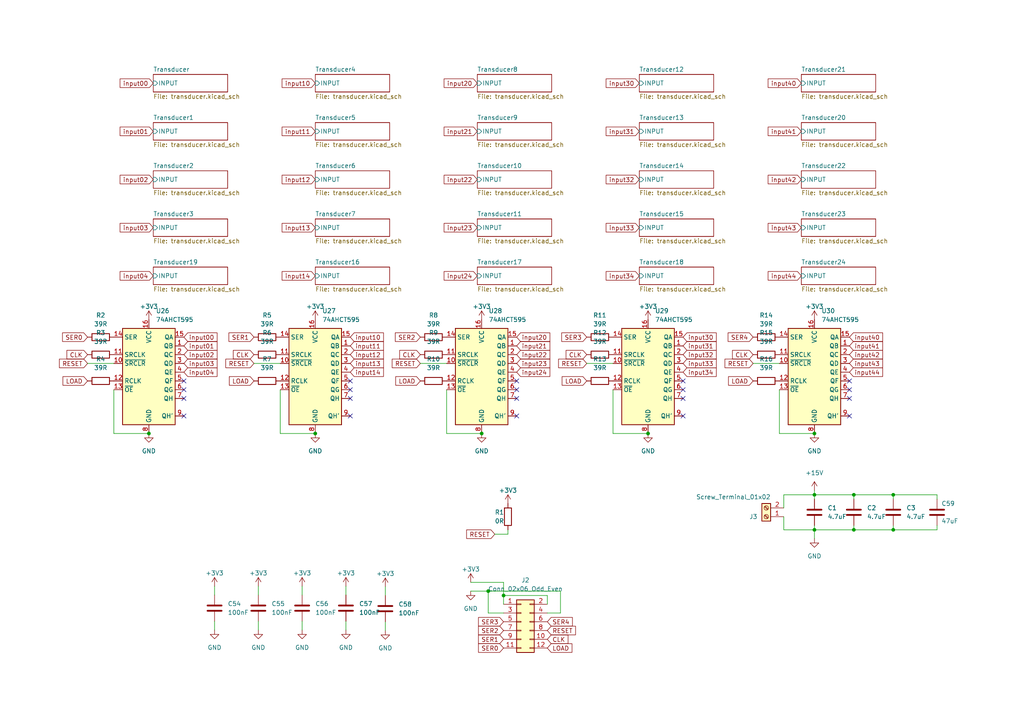
<source format=kicad_sch>
(kicad_sch (version 20211123) (generator eeschema)
  (paper "A4")
  (lib_symbols
    (symbol "74xx:74AHCT595"
      (property "Reference" "U" (at -7.62 13.97 0))
      (property "Value" "74AHCT595" (at -7.62 -16.51 0))
      (symbol "74AHCT595_1_0"
        (pin tri_state line (at 10.16 7.62 180) (length 2.54) (name "QB") (number "1"))
        (pin input line (at -10.16 2.54 0) (length 2.54) (name "~{SRCLR}") (number "10"))
        (pin input line (at -10.16 5.08 0) (length 2.54) (name "SRCLK") (number "11"))
        (pin input line (at -10.16 -2.54 0) (length 2.54) (name "RCLK") (number "12"))
        (pin input line (at -10.16 -5.08 0) (length 2.54) (name "~{OE}") (number "13"))
        (pin input line (at -10.16 10.16 0) (length 2.54) (name "SER") (number "14"))
        (pin tri_state line (at 10.16 10.16 180) (length 2.54) (name "QA") (number "15"))
        (pin power_in line (at 0 15.24 270) (length 2.54) (name "VCC") (number "16"))
        (pin tri_state line (at 10.16 5.08 180) (length 2.54) (name "QC") (number "2"))
        (pin tri_state line (at 10.16 2.54 180) (length 2.54) (name "QD") (number "3"))
        (pin tri_state line (at 10.16 0 180) (length 2.54) (name "QE") (number "4"))
        (pin tri_state line (at 10.16 -2.54 180) (length 2.54) (name "QF") (number "5"))
        (pin tri_state line (at 10.16 -5.08 180) (length 2.54) (name "QG") (number "6"))
        (pin tri_state line (at 10.16 -7.62 180) (length 2.54) (name "QH") (number "7"))
        (pin power_in line (at 0 -17.78 90) (length 2.54) (name "GND") (number "8"))
        (pin output line (at 10.16 -12.7 180) (length 2.54) (name "QH'") (number "9"))
      )
      (symbol "74AHCT595_1_1"
        (rectangle (start -7.62 12.7) (end 7.62 -15.24) (stroke (width 0.254)) (fill (type background)))
      )
    )
    (symbol "Connector:Screw_Terminal_01x02" (pin_names (offset 1.016) hide)
      (property "Reference" "J" (at 0 2.54 0))
      (property "Value" "Screw_Terminal_01x02" (at 0 -5.08 0))
      (symbol "Screw_Terminal_01x02_1_1"
        (rectangle (start -1.27 1.27) (end 1.27 -3.81) (stroke (width 0.254)) (fill (type background)))
        (circle (center 0 -2.54) (radius 0.635) (stroke (width 0.1524)))
        (polyline (pts (xy -0.5334 -2.2098) (xy 0.3302 -3.048)) (stroke (width 0.1524)))
        (polyline (pts (xy -0.5334 0.3302) (xy 0.3302 -0.508)) (stroke (width 0.1524)))
        (polyline (pts (xy -0.3556 -2.032) (xy 0.508 -2.8702)) (stroke (width 0.1524)))
        (polyline (pts (xy -0.3556 0.508) (xy 0.508 -0.3302)) (stroke (width 0.1524)))
        (circle (center 0 0) (radius 0.635) (stroke (width 0.1524)))
        (pin passive line (at -5.08 0 0) (length 3.81) (name "Pin_1") (number "1"))
        (pin passive line (at -5.08 -2.54 0) (length 3.81) (name "Pin_2") (number "2"))
      )
    )
    (symbol "Connector_Generic:Conn_02x06_Odd_Even" (pin_names (offset 1.016) hide)
      (property "Reference" "J" (at 1.27 7.62 0))
      (property "Value" "Conn_02x06_Odd_Even" (at 1.27 -10.16 0))
      (symbol "Conn_02x06_Odd_Even_1_1"
        (rectangle (start -1.27 -7.493) (end 0 -7.747) (stroke (width 0.1524)))
        (rectangle (start -1.27 -4.953) (end 0 -5.207) (stroke (width 0.1524)))
        (rectangle (start -1.27 -2.413) (end 0 -2.667) (stroke (width 0.1524)))
        (rectangle (start -1.27 0.127) (end 0 -0.127) (stroke (width 0.1524)))
        (rectangle (start -1.27 2.667) (end 0 2.413) (stroke (width 0.1524)))
        (rectangle (start -1.27 5.207) (end 0 4.953) (stroke (width 0.1524)))
        (rectangle (start -1.27 6.35) (end 3.81 -8.89) (stroke (width 0.254)) (fill (type background)))
        (rectangle (start 3.81 -7.493) (end 2.54 -7.747) (stroke (width 0.1524)))
        (rectangle (start 3.81 -4.953) (end 2.54 -5.207) (stroke (width 0.1524)))
        (rectangle (start 3.81 -2.413) (end 2.54 -2.667) (stroke (width 0.1524)))
        (rectangle (start 3.81 0.127) (end 2.54 -0.127) (stroke (width 0.1524)))
        (rectangle (start 3.81 2.667) (end 2.54 2.413) (stroke (width 0.1524)))
        (rectangle (start 3.81 5.207) (end 2.54 4.953) (stroke (width 0.1524)))
        (pin passive line (at -5.08 5.08 0) (length 3.81) (name "Pin_1") (number "1"))
        (pin passive line (at 7.62 -5.08 180) (length 3.81) (name "Pin_10") (number "10"))
        (pin passive line (at -5.08 -7.62 0) (length 3.81) (name "Pin_11") (number "11"))
        (pin passive line (at 7.62 -7.62 180) (length 3.81) (name "Pin_12") (number "12"))
        (pin passive line (at 7.62 5.08 180) (length 3.81) (name "Pin_2") (number "2"))
        (pin passive line (at -5.08 2.54 0) (length 3.81) (name "Pin_3") (number "3"))
        (pin passive line (at 7.62 2.54 180) (length 3.81) (name "Pin_4") (number "4"))
        (pin passive line (at -5.08 0 0) (length 3.81) (name "Pin_5") (number "5"))
        (pin passive line (at 7.62 0 180) (length 3.81) (name "Pin_6") (number "6"))
        (pin passive line (at -5.08 -2.54 0) (length 3.81) (name "Pin_7") (number "7"))
        (pin passive line (at 7.62 -2.54 180) (length 3.81) (name "Pin_8") (number "8"))
        (pin passive line (at -5.08 -5.08 0) (length 3.81) (name "Pin_9") (number "9"))
      )
    )
    (symbol "Device:C" (pin_numbers hide) (pin_names (offset 0.254))
      (property "Reference" "C" (at 0.635 2.54 0))
      (property "Value" "C" (at 0.635 -2.54 0))
      (symbol "C_0_1"
        (polyline (pts (xy -2.032 -0.762) (xy 2.032 -0.762)) (stroke (width 0.508)))
        (polyline (pts (xy -2.032 0.762) (xy 2.032 0.762)) (stroke (width 0.508)))
      )
      (symbol "C_1_1"
        (pin passive line (at 0 3.81 270) (length 2.794) (name "~") (number "1"))
        (pin passive line (at 0 -3.81 90) (length 2.794) (name "~") (number "2"))
      )
    )
    (symbol "Device:R" (pin_numbers hide) (pin_names (offset 0))
      (property "Reference" "R" (at 2.032 0 90))
      (property "Value" "R" (at 0 0 90))
      (symbol "R_0_1"
        (rectangle (start -1.016 -2.54) (end 1.016 2.54) (stroke (width 0.254)))
      )
      (symbol "R_1_1"
        (pin passive line (at 0 3.81 270) (length 1.27) (name "~") (number "1"))
        (pin passive line (at 0 -3.81 90) (length 1.27) (name "~") (number "2"))
      )
    )
    (symbol "power:+15V" (power) (pin_names (offset 0))
      (property "Value" "+15V" (at 0 3.556 0))
      (symbol "+15V_0_1"
        (polyline (pts (xy -0.762 1.27) (xy 0 2.54)))
        (polyline (pts (xy 0 0) (xy 0 2.54)))
        (polyline (pts (xy 0 2.54) (xy 0.762 1.27)))
      )
      (symbol "+15V_1_1"
        (pin power_in line (at 0 0 90) (length 0) hide (name "+15V") (number "1"))
      )
    )
    (symbol "power:+3.3V" (power) (pin_names (offset 0))
      (property "Value" "+3.3V" (at 0 3.556 0))
      (symbol "+3.3V_0_1"
        (polyline (pts (xy -0.762 1.27) (xy 0 2.54)))
        (polyline (pts (xy 0 0) (xy 0 2.54)))
        (polyline (pts (xy 0 2.54) (xy 0.762 1.27)))
      )
      (symbol "+3.3V_1_1"
        (pin power_in line (at 0 0 90) (length 0) hide (name "+3V3") (number "1"))
      )
    )
    (symbol "power:GND" (power) (pin_names (offset 0))
      (property "Value" "GND" (at 0 -3.81 0))
      (symbol "GND_0_1"
        (polyline (pts (xy 0 0) (xy 0 -1.27) (xy 1.27 -1.27) (xy 0 -2.54) (xy -1.27 -1.27) (xy 0 -1.27)))
      )
      (symbol "GND_1_1"
        (pin power_in line (at 0 0 270) (length 0) hide (name "GND") (number "1"))
      )
    )
  )
  (junction (at 146.05 172.72))
  (junction (at 91.44 125.73))
  (junction (at 259.08 143.51))
  (junction (at 187.96 125.73))
  (junction (at 141.605 171.45))
  (junction (at 247.65 153.67))
  (junction (at 236.22 153.67))
  (junction (at 236.22 143.51))
  (junction (at 247.65 143.51))
  (junction (at 139.7 125.73))
  (junction (at 43.18 125.73))
  (junction (at 259.08 153.67))
  (junction (at 236.22 125.73))
  (no_connect (at 53.34 120.65))
  (no_connect (at 101.6 120.65))
  (no_connect (at 246.38 115.57))
  (no_connect (at 246.38 120.65))
  (no_connect (at 246.38 110.49))
  (no_connect (at 246.38 113.03))
  (no_connect (at 198.12 120.65))
  (no_connect (at 198.12 115.57))
  (no_connect (at 149.86 120.65))
  (no_connect (at 198.12 110.49))
  (no_connect (at 198.12 113.03))
  (no_connect (at 53.34 110.49))
  (no_connect (at 53.34 115.57))
  (no_connect (at 53.34 113.03))
  (no_connect (at 101.6 113.03))
  (no_connect (at 101.6 110.49))
  (no_connect (at 101.6 115.57))
  (no_connect (at 149.86 113.03))
  (no_connect (at 149.86 110.49))
  (no_connect (at 149.86 115.57))
  (wire (pts (xy 141.605 171.45) (xy 162.56 171.45)))
  (wire (pts (xy 146.05 172.72) (xy 158.75 172.72)))
  (wire (pts (xy 87.63 170.0382) (xy 87.63 172.5782)))
  (wire (pts (xy 147.32 154.94) (xy 147.32 153.67)))
  (wire (pts (xy 236.22 142.24) (xy 236.22 143.51)))
  (wire (pts (xy 87.63 180.1982) (xy 87.63 182.7382)))
  (wire (pts (xy 259.08 143.51) (xy 259.08 144.78)))
  (wire (pts (xy 158.75 172.72) (xy 158.75 175.26)))
  (wire (pts (xy 141.605 177.8) (xy 141.605 171.45)))
  (wire (pts (xy 100.33 180.1982) (xy 100.33 182.7382)))
  (wire (pts (xy 33.02 125.73) (xy 43.18 125.73)))
  (wire (pts (xy 33.02 113.03) (xy 33.02 125.73)))
  (wire (pts (xy 236.22 153.67) (xy 247.65 153.67)))
  (wire (pts (xy 136.525 171.45) (xy 141.605 171.45)))
  (wire (pts (xy 259.08 153.67) (xy 271.78 153.67)))
  (wire (pts (xy 259.08 152.4) (xy 259.08 153.67)))
  (wire (pts (xy 74.93 170.0382) (xy 74.93 172.5782)))
  (wire (pts (xy 100.33 170.0382) (xy 100.33 172.5782)))
  (wire (pts (xy 143.51 154.94) (xy 147.32 154.94)))
  (wire (pts (xy 129.54 125.73) (xy 139.7 125.73)))
  (wire (pts (xy 226.06 125.73) (xy 236.22 125.73)))
  (wire (pts (xy 81.28 113.03) (xy 81.28 125.73)))
  (wire (pts (xy 146.05 168.91) (xy 136.525 168.91)))
  (wire (pts (xy 111.76 170.18) (xy 111.76 172.72)))
  (wire (pts (xy 146.05 175.26) (xy 146.05 172.72)))
  (wire (pts (xy 227.33 153.67) (xy 236.22 153.67)))
  (wire (pts (xy 226.06 113.03) (xy 226.06 125.73)))
  (wire (pts (xy 121.92 105.41) (xy 129.54 105.41)))
  (wire (pts (xy 74.93 180.1982) (xy 74.93 182.7382)))
  (wire (pts (xy 247.65 152.4) (xy 247.65 153.67)))
  (wire (pts (xy 227.33 143.51) (xy 236.22 143.51)))
  (wire (pts (xy 236.22 153.67) (xy 236.22 156.21)))
  (wire (pts (xy 271.78 152.4) (xy 271.78 153.67)))
  (wire (pts (xy 218.44 105.41) (xy 226.06 105.41)))
  (wire (pts (xy 146.05 172.72) (xy 146.05 168.91)))
  (wire (pts (xy 25.4 105.41) (xy 33.02 105.41)))
  (wire (pts (xy 236.22 143.51) (xy 236.22 144.78)))
  (wire (pts (xy 247.65 153.67) (xy 259.08 153.67)))
  (wire (pts (xy 146.05 177.8) (xy 141.605 177.8)))
  (wire (pts (xy 259.08 143.51) (xy 271.78 143.51)))
  (wire (pts (xy 73.66 105.41) (xy 81.28 105.41)))
  (wire (pts (xy 227.33 149.86) (xy 227.33 153.67)))
  (wire (pts (xy 236.22 143.51) (xy 247.65 143.51)))
  (wire (pts (xy 170.18 105.41) (xy 177.8 105.41)))
  (wire (pts (xy 62.23 170.0382) (xy 62.23 172.5782)))
  (wire (pts (xy 247.65 143.51) (xy 247.65 144.78)))
  (wire (pts (xy 271.78 144.78) (xy 271.78 143.51)))
  (wire (pts (xy 62.23 180.1982) (xy 62.23 182.7382)))
  (wire (pts (xy 177.8 125.73) (xy 187.96 125.73)))
  (wire (pts (xy 81.28 125.73) (xy 91.44 125.73)))
  (wire (pts (xy 227.33 147.32) (xy 227.33 143.51)))
  (wire (pts (xy 129.54 113.03) (xy 129.54 125.73)))
  (wire (pts (xy 236.22 152.4) (xy 236.22 153.67)))
  (wire (pts (xy 247.65 143.51) (xy 259.08 143.51)))
  (wire (pts (xy 162.56 171.45) (xy 162.56 177.8)))
  (wire (pts (xy 111.76 180.34) (xy 111.76 182.88)))
  (wire (pts (xy 162.56 177.8) (xy 158.75 177.8)))
  (wire (pts (xy 177.8 113.03) (xy 177.8 125.73)))
  (global_label "CLK" (shape input) (at 73.66 102.87 180) (property "Intersheet References" "${INTERSHEET_REFS}" (effects hide)))
  (global_label "input21" (shape input) (at 149.86 100.33 0) (property "Intersheet References" "${INTERSHEET_REFS}" (effects hide)))
  (global_label "LOAD" (shape input) (at 158.75 187.96 0) (property "Intersheet References" "${INTERSHEET_REFS}" (effects hide)))
  (global_label "input22" (shape input) (at 149.86 102.87 0) (property "Intersheet References" "${INTERSHEET_REFS}" (effects hide)))
  (global_label "input30" (shape input) (at 185.42 24.13 180) (property "Intersheet References" "${INTERSHEET_REFS}" (effects hide)))
  (global_label "CLK" (shape input) (at 121.92 102.87 180) (property "Intersheet References" "${INTERSHEET_REFS}" (effects hide)))
  (global_label "SER0" (shape input) (at 25.4 97.79 180) (property "Intersheet References" "${INTERSHEET_REFS}" (effects hide)))
  (global_label "input03" (shape input) (at 44.45 66.04 180) (property "Intersheet References" "${INTERSHEET_REFS}" (effects hide)))
  (global_label "input12" (shape input) (at 101.6 102.87 0) (property "Intersheet References" "${INTERSHEET_REFS}" (effects hide)))
  (global_label "LOAD" (shape input) (at 121.92 110.49 180) (property "Intersheet References" "${INTERSHEET_REFS}" (effects hide)))
  (global_label "RESET" (shape input) (at 158.75 182.88 0) (property "Intersheet References" "${INTERSHEET_REFS}" (effects hide)))
  (global_label "CLK" (shape input) (at 158.75 185.42 0) (property "Intersheet References" "${INTERSHEET_REFS}" (effects hide)))
  (global_label "SER3" (shape input) (at 146.05 180.34 180) (property "Intersheet References" "${INTERSHEET_REFS}" (effects hide)))
  (global_label "input00" (shape input) (at 53.34 97.79 0) (property "Intersheet References" "${INTERSHEET_REFS}" (effects hide)))
  (global_label "input34" (shape input) (at 185.42 80.01 180) (property "Intersheet References" "${INTERSHEET_REFS}" (effects hide)))
  (global_label "input10" (shape input) (at 101.6 97.79 0) (property "Intersheet References" "${INTERSHEET_REFS}" (effects hide)))
  (global_label "RESET" (shape input) (at 143.51 154.94 180) (property "Intersheet References" "${INTERSHEET_REFS}" (effects hide)))
  (global_label "RESET" (shape input) (at 170.18 105.41 180) (property "Intersheet References" "${INTERSHEET_REFS}" (effects hide)))
  (global_label "LOAD" (shape input) (at 170.18 110.49 180) (property "Intersheet References" "${INTERSHEET_REFS}" (effects hide)))
  (global_label "SER3" (shape input) (at 170.18 97.79 180) (property "Intersheet References" "${INTERSHEET_REFS}" (effects hide)))
  (global_label "input11" (shape input) (at 91.44 38.1 180) (property "Intersheet References" "${INTERSHEET_REFS}" (effects hide)))
  (global_label "input33" (shape input) (at 198.12 105.41 0) (property "Intersheet References" "${INTERSHEET_REFS}" (effects hide)))
  (global_label "input14" (shape input) (at 91.44 80.01 180) (property "Intersheet References" "${INTERSHEET_REFS}" (effects hide)))
  (global_label "LOAD" (shape input) (at 25.4 110.49 180) (property "Intersheet References" "${INTERSHEET_REFS}" (effects hide)))
  (global_label "input31" (shape input) (at 198.12 100.33 0) (property "Intersheet References" "${INTERSHEET_REFS}" (effects hide)))
  (global_label "SER2" (shape input) (at 121.92 97.79 180) (property "Intersheet References" "${INTERSHEET_REFS}" (effects hide)))
  (global_label "RESET" (shape input) (at 218.44 105.41 180) (property "Intersheet References" "${INTERSHEET_REFS}" (effects hide)))
  (global_label "input00" (shape input) (at 44.45 24.13 180) (property "Intersheet References" "${INTERSHEET_REFS}" (effects hide)))
  (global_label "SER1" (shape input) (at 73.66 97.79 180) (property "Intersheet References" "${INTERSHEET_REFS}" (effects hide)))
  (global_label "input04" (shape input) (at 44.45 80.01 180) (property "Intersheet References" "${INTERSHEET_REFS}" (effects hide)))
  (global_label "input34" (shape input) (at 198.12 107.95 0) (property "Intersheet References" "${INTERSHEET_REFS}" (effects hide)))
  (global_label "RESET" (shape input) (at 25.4 105.41 180) (property "Intersheet References" "${INTERSHEET_REFS}" (effects hide)))
  (global_label "input11" (shape input) (at 101.6 100.33 0) (property "Intersheet References" "${INTERSHEET_REFS}" (effects hide)))
  (global_label "input20" (shape input) (at 149.86 97.79 0) (property "Intersheet References" "${INTERSHEET_REFS}" (effects hide)))
  (global_label "input44" (shape input) (at 246.38 107.95 0) (property "Intersheet References" "${INTERSHEET_REFS}" (effects hide)))
  (global_label "CLK" (shape input) (at 25.4 102.87 180) (property "Intersheet References" "${INTERSHEET_REFS}" (effects hide)))
  (global_label "SER1" (shape input) (at 146.05 185.42 180) (property "Intersheet References" "${INTERSHEET_REFS}" (effects hide)))
  (global_label "input42" (shape input) (at 232.41 52.07 180) (property "Intersheet References" "${INTERSHEET_REFS}" (effects hide)))
  (global_label "input14" (shape input) (at 101.6 107.95 0) (property "Intersheet References" "${INTERSHEET_REFS}" (effects hide)))
  (global_label "input02" (shape input) (at 53.34 102.87 0) (property "Intersheet References" "${INTERSHEET_REFS}" (effects hide)))
  (global_label "input22" (shape input) (at 138.43 52.07 180) (property "Intersheet References" "${INTERSHEET_REFS}" (effects hide)))
  (global_label "input44" (shape input) (at 232.41 80.01 180) (property "Intersheet References" "${INTERSHEET_REFS}" (effects hide)))
  (global_label "input41" (shape input) (at 246.38 100.33 0) (property "Intersheet References" "${INTERSHEET_REFS}" (effects hide)))
  (global_label "input40" (shape input) (at 232.41 24.13 180) (property "Intersheet References" "${INTERSHEET_REFS}" (effects hide)))
  (global_label "CLK" (shape input) (at 218.44 102.87 180) (property "Intersheet References" "${INTERSHEET_REFS}" (effects hide)))
  (global_label "RESET" (shape input) (at 121.92 105.41 180) (property "Intersheet References" "${INTERSHEET_REFS}" (effects hide)))
  (global_label "input03" (shape input) (at 53.34 105.41 0) (property "Intersheet References" "${INTERSHEET_REFS}" (effects hide)))
  (global_label "SER2" (shape input) (at 146.05 182.88 180) (property "Intersheet References" "${INTERSHEET_REFS}" (effects hide)))
  (global_label "input01" (shape input) (at 44.45 38.1 180) (property "Intersheet References" "${INTERSHEET_REFS}" (effects hide)))
  (global_label "input30" (shape input) (at 198.12 97.79 0) (property "Intersheet References" "${INTERSHEET_REFS}" (effects hide)))
  (global_label "input10" (shape input) (at 91.44 24.13 180) (property "Intersheet References" "${INTERSHEET_REFS}" (effects hide)))
  (global_label "input02" (shape input) (at 44.45 52.07 180) (property "Intersheet References" "${INTERSHEET_REFS}" (effects hide)))
  (global_label "input13" (shape input) (at 101.6 105.41 0) (property "Intersheet References" "${INTERSHEET_REFS}" (effects hide)))
  (global_label "input31" (shape input) (at 185.42 38.1 180) (property "Intersheet References" "${INTERSHEET_REFS}" (effects hide)))
  (global_label "input33" (shape input) (at 185.42 66.04 180) (property "Intersheet References" "${INTERSHEET_REFS}" (effects hide)))
  (global_label "LOAD" (shape input) (at 218.44 110.49 180) (property "Intersheet References" "${INTERSHEET_REFS}" (effects hide)))
  (global_label "input40" (shape input) (at 246.38 97.79 0) (property "Intersheet References" "${INTERSHEET_REFS}" (effects hide)))
  (global_label "input32" (shape input) (at 198.12 102.87 0) (property "Intersheet References" "${INTERSHEET_REFS}" (effects hide)))
  (global_label "input12" (shape input) (at 91.44 52.07 180) (property "Intersheet References" "${INTERSHEET_REFS}" (effects hide)))
  (global_label "input24" (shape input) (at 149.86 107.95 0) (property "Intersheet References" "${INTERSHEET_REFS}" (effects hide)))
  (global_label "input23" (shape input) (at 138.43 66.04 180) (property "Intersheet References" "${INTERSHEET_REFS}" (effects hide)))
  (global_label "input24" (shape input) (at 138.43 80.01 180) (property "Intersheet References" "${INTERSHEET_REFS}" (effects hide)))
  (global_label "CLK" (shape input) (at 170.18 102.87 180) (property "Intersheet References" "${INTERSHEET_REFS}" (effects hide)))
  (global_label "SER0" (shape input) (at 146.05 187.96 180) (property "Intersheet References" "${INTERSHEET_REFS}" (effects hide)))
  (global_label "input42" (shape input) (at 246.38 102.87 0) (property "Intersheet References" "${INTERSHEET_REFS}" (effects hide)))
  (global_label "input20" (shape input) (at 138.43 24.13 180) (property "Intersheet References" "${INTERSHEET_REFS}" (effects hide)))
  (global_label "SER4" (shape input) (at 218.44 97.79 180) (property "Intersheet References" "${INTERSHEET_REFS}" (effects hide)))
  (global_label "input32" (shape input) (at 185.42 52.07 180) (property "Intersheet References" "${INTERSHEET_REFS}" (effects hide)))
  (global_label "input13" (shape input) (at 91.44 66.04 180) (property "Intersheet References" "${INTERSHEET_REFS}" (effects hide)))
  (global_label "LOAD" (shape input) (at 73.66 110.49 180) (property "Intersheet References" "${INTERSHEET_REFS}" (effects hide)))
  (global_label "input21" (shape input) (at 138.43 38.1 180) (property "Intersheet References" "${INTERSHEET_REFS}" (effects hide)))
  (global_label "SER4" (shape input) (at 158.75 180.34 0) (property "Intersheet References" "${INTERSHEET_REFS}" (effects hide)))
  (global_label "input43" (shape input) (at 246.38 105.41 0) (property "Intersheet References" "${INTERSHEET_REFS}" (effects hide)))
  (global_label "input43" (shape input) (at 232.41 66.04 180) (property "Intersheet References" "${INTERSHEET_REFS}" (effects hide)))
  (global_label "input04" (shape input) (at 53.34 107.95 0) (property "Intersheet References" "${INTERSHEET_REFS}" (effects hide)))
  (global_label "input23" (shape input) (at 149.86 105.41 0) (property "Intersheet References" "${INTERSHEET_REFS}" (effects hide)))
  (global_label "RESET" (shape input) (at 73.66 105.41 180) (property "Intersheet References" "${INTERSHEET_REFS}" (effects hide)))
  (global_label "input41" (shape input) (at 232.41 38.1 180) (property "Intersheet References" "${INTERSHEET_REFS}" (effects hide)))
  (global_label "input01" (shape input) (at 53.34 100.33 0) (property "Intersheet References" "${INTERSHEET_REFS}" (effects hide)))
  (symbol (lib_id "power:+3.3V") (at 100.33 170.0382 0) (unit 1)
    (property "Reference" "#PWR0135" (effects hide))
    (property "Value" "+3.3V" (at 100.33 166.2282 0))
  )
  (symbol (lib_id "power:+3.3V") (at 74.93 170.0382 0) (unit 1)
    (property "Reference" "#PWR0132" (effects hide))
    (property "Value" "+3.3V" (at 74.93 166.2282 0))
  )
  (symbol (lib_id "power:GND") (at 236.22 156.21 0) (unit 1)
    (property "Reference" "#PWR06" (effects hide))
    (property "Value" "GND" (at 236.22 161.29 0))
  )
  (symbol (lib_id "Device:R") (at 77.47 102.87 90) (unit 1)
    (property "Reference" "R6" (at 77.47 96.52 90))
    (property "Value" "39R" (at 77.47 99.06 90))
    (property "Footprint" "Resistor_SMD:R_0402_1005Metric" (effects hide))
  )
  (symbol (lib_id "power:GND") (at 74.93 182.7382 0) (unit 1)
    (property "Reference" "#PWR0131" (effects hide))
    (property "Value" "GND" (at 74.93 187.8182 0))
  )
  (symbol (lib_id "Device:C") (at 87.63 176.3882 0) (unit 1)
    (property "Reference" "C56" (at 91.44 175.1181 0) (effects (justify left)))
    (property "Value" "100nF" (at 91.44 177.6581 0) (effects (justify left)))
    (property "Footprint" "Capacitor_SMD:C_0603_1608Metric" (effects hide))
  )
  (symbol (lib_id "power:GND") (at 236.22 125.73 0) (unit 1)
    (property "Reference" "#PWR0123" (effects hide))
    (property "Value" "GND" (at 236.22 130.81 0))
  )
  (symbol (lib_id "Device:R") (at 29.21 102.87 90) (unit 1)
    (property "Reference" "R3" (at 29.21 96.52 90))
    (property "Value" "39R" (at 29.21 99.06 90))
    (property "Footprint" "Resistor_SMD:R_0402_1005Metric" (effects hide))
  )
  (symbol (lib_id "Device:R") (at 77.47 97.79 90) (unit 1)
    (property "Reference" "R5" (at 77.47 91.44 90))
    (property "Value" "39R" (at 77.47 93.98 90))
    (property "Footprint" "Resistor_SMD:R_0402_1005Metric" (effects hide))
  )
  (symbol (lib_id "Device:C") (at 271.78 148.59 0) (unit 1)
    (property "Reference" "C59" (at 273.05 146.05 0) (effects (justify left)))
    (property "Value" "47uF" (at 273.05 151.13 0) (effects (justify left)))
    (property "Footprint" "Capacitor_SMD:C_Elec_5x5.4" (effects hide))
  )
  (symbol (lib_id "Device:C") (at 236.22 148.59 0) (unit 1)
    (property "Reference" "C1" (at 240.03 147.3199 0) (effects (justify left)))
    (property "Value" "4.7uF" (at 240.03 149.8599 0) (effects (justify left)))
    (property "Footprint" "Capacitor_SMD:C_0805_2012Metric" (effects hide))
  )
  (symbol (lib_id "power:+3.3V") (at 43.18 92.71 0) (unit 1)
    (property "Reference" "#PWR0119" (effects hide))
    (property "Value" "+3.3V" (at 43.18 88.9 0))
  )
  (symbol (lib_id "Device:R") (at 222.25 97.79 90) (unit 1)
    (property "Reference" "R14" (at 222.25 91.44 90))
    (property "Value" "39R" (at 222.25 93.98 90))
    (property "Footprint" "Resistor_SMD:R_0402_1005Metric" (effects hide))
  )
  (symbol (lib_id "74xx:74AHCT595") (at 236.22 107.95 0) (unit 1)
    (property "Reference" "U30" (at 238.2394 90.17 0) (effects (justify left)))
    (property "Value" "74AHCT595" (at 238.2394 92.71 0) (effects (justify left)))
    (property "Footprint" "Package_SO:TSSOP-16_4.4x5mm_P0.65mm" (effects hide))
    (property "Datasheet" "https://assets.nexperia.com/documents/data-sheet/74AHC_AHCT595.pdf" (effects hide))
  )
  (symbol (lib_id "power:GND") (at 91.44 125.73 0) (unit 1)
    (property "Reference" "#PWR0122" (effects hide))
    (property "Value" "GND" (at 91.44 130.81 0))
  )
  (symbol (lib_id "power:GND") (at 139.7 125.73 0) (unit 1)
    (property "Reference" "#PWR0127" (effects hide))
    (property "Value" "GND" (at 139.7 130.81 0))
  )
  (symbol (lib_id "Device:R") (at 173.99 102.87 90) (unit 1)
    (property "Reference" "R12" (at 173.99 96.52 90))
    (property "Value" "39R" (at 173.99 99.06 90))
    (property "Footprint" "Resistor_SMD:R_0402_1005Metric" (effects hide))
  )
  (symbol (lib_id "Device:C") (at 62.23 176.3882 0) (unit 1)
    (property "Reference" "C54" (at 66.04 175.1181 0) (effects (justify left)))
    (property "Value" "100nF" (at 66.04 177.6581 0) (effects (justify left)))
    (property "Footprint" "Capacitor_SMD:C_0603_1608Metric" (effects hide))
  )
  (symbol (lib_id "Device:R") (at 173.99 97.79 90) (unit 1)
    (property "Reference" "R11" (at 173.99 91.44 90))
    (property "Value" "39R" (at 173.99 93.98 90))
    (property "Footprint" "Resistor_SMD:R_0402_1005Metric" (effects hide))
  )
  (symbol (lib_id "Connector:Screw_Terminal_01x02") (at 222.25 149.86 180) (unit 1)
    (property "Reference" "J3" (at 219.71 149.8601 0) (effects (justify left)))
    (property "Value" "Screw_Terminal_01x02" (at 223.52 144.145 0) (effects (justify left)))
    (property "Footprint" "TerminalBlock_Phoenix:TerminalBlock_Phoenix_PT-1,5-2-3.5-H_1x02_P3.50mm_Horizontal" (effects hide))
  )
  (symbol (lib_id "power:+3.3V") (at 236.22 92.71 0) (unit 1)
    (property "Reference" "#PWR0124" (effects hide))
    (property "Value" "+3.3V" (at 236.22 88.9 0))
  )
  (symbol (lib_id "power:GND") (at 100.33 182.7382 0) (unit 1)
    (property "Reference" "#PWR0136" (effects hide))
    (property "Value" "GND" (at 100.33 187.8182 0))
  )
  (symbol (lib_id "power:+3.3V") (at 87.63 170.0382 0) (unit 1)
    (property "Reference" "#PWR0133" (effects hide))
    (property "Value" "+3.3V" (at 87.63 166.2282 0))
  )
  (symbol (lib_id "power:GND") (at 43.18 125.73 0) (unit 1)
    (property "Reference" "#PWR0120" (effects hide))
    (property "Value" "GND" (at 43.18 130.81 0))
  )
  (symbol (lib_id "74xx:74AHCT595") (at 139.7 107.95 0) (unit 1)
    (property "Reference" "U28" (at 141.7194 90.17 0) (effects (justify left)))
    (property "Value" "74AHCT595" (at 141.7194 92.71 0) (effects (justify left)))
    (property "Footprint" "Package_SO:TSSOP-16_4.4x5mm_P0.65mm" (effects hide))
    (property "Datasheet" "https://assets.nexperia.com/documents/data-sheet/74AHC_AHCT595.pdf" (effects hide))
  )
  (symbol (lib_id "Connector_Generic:Conn_02x06_Odd_Even") (at 151.13 180.34 0) (unit 1)
    (property "Reference" "J2" (at 152.4 168.275 0))
    (property "Value" "Conn_02x06_Odd_Even" (at 152.4 170.815 0))
    (property "Footprint" "Connector_PinHeader_2.54mm:PinHeader_2x06_P2.54mm_Horizontal" (effects hide))
  )
  (symbol (lib_id "power:+3.3V") (at 139.7 92.71 0) (unit 1)
    (property "Reference" "#PWR0125" (effects hide))
    (property "Value" "+3.3V" (at 139.7 88.9 0))
  )
  (symbol (lib_id "Device:C") (at 100.33 176.3882 0) (unit 1)
    (property "Reference" "C57" (at 104.14 175.1181 0) (effects (justify left)))
    (property "Value" "100nF" (at 104.14 177.6581 0) (effects (justify left)))
    (property "Footprint" "Capacitor_SMD:C_0603_1608Metric" (effects hide))
  )
  (symbol (lib_id "Device:R") (at 222.25 102.87 90) (unit 1)
    (property "Reference" "R15" (at 222.25 96.52 90))
    (property "Value" "39R" (at 222.25 99.06 90))
    (property "Footprint" "Resistor_SMD:R_0402_1005Metric" (effects hide))
  )
  (symbol (lib_id "Device:C") (at 111.76 176.53 0) (unit 1)
    (property "Reference" "C58" (at 115.57 175.2599 0) (effects (justify left)))
    (property "Value" "100nF" (at 115.57 177.7999 0) (effects (justify left)))
    (property "Footprint" "Capacitor_SMD:C_0603_1608Metric" (effects hide))
  )
  (symbol (lib_id "74xx:74AHCT595") (at 187.96 107.95 0) (unit 1)
    (property "Reference" "U29" (at 189.9794 90.17 0) (effects (justify left)))
    (property "Value" "74AHCT595" (at 189.9794 92.71 0) (effects (justify left)))
    (property "Footprint" "Package_SO:TSSOP-16_4.4x5mm_P0.65mm" (effects hide))
    (property "Datasheet" "https://assets.nexperia.com/documents/data-sheet/74AHC_AHCT595.pdf" (effects hide))
  )
  (symbol (lib_id "power:GND") (at 62.23 182.7382 0) (unit 1)
    (property "Reference" "#PWR0130" (effects hide))
    (property "Value" "GND" (at 62.23 187.8182 0))
  )
  (symbol (lib_id "Device:R") (at 29.21 97.79 90) (unit 1)
    (property "Reference" "R2" (at 29.21 91.44 90))
    (property "Value" "39R" (at 29.21 93.98 90))
    (property "Footprint" "Resistor_SMD:R_0402_1005Metric" (effects hide))
  )
  (symbol (lib_id "Device:R") (at 147.32 149.86 180) (unit 1)
    (property "Reference" "R1" (at 143.51 148.5899 0) (effects (justify right)))
    (property "Value" "0R" (at 143.51 151.1299 0) (effects (justify right)))
    (property "Footprint" "Resistor_SMD:R_0603_1608Metric_Pad0.98x0.95mm_HandSolder" (effects hide))
  )
  (symbol (lib_id "Device:C") (at 247.65 148.59 0) (unit 1)
    (property "Reference" "C2" (at 251.46 147.3199 0) (effects (justify left)))
    (property "Value" "4.7uF" (at 251.46 149.8599 0) (effects (justify left)))
    (property "Footprint" "Capacitor_SMD:C_0805_2012Metric" (effects hide))
  )
  (symbol (lib_id "Device:C") (at 74.93 176.3882 0) (unit 1)
    (property "Reference" "C55" (at 78.74 175.1181 0) (effects (justify left)))
    (property "Value" "100nF" (at 78.74 177.6581 0) (effects (justify left)))
    (property "Footprint" "Capacitor_SMD:C_0603_1608Metric" (effects hide))
  )
  (symbol (lib_id "Device:R") (at 222.25 110.49 90) (unit 1)
    (property "Reference" "R16" (at 222.25 104.14 90))
    (property "Value" "39R" (at 222.25 106.68 90))
    (property "Footprint" "Resistor_SMD:R_0402_1005Metric" (effects hide))
  )
  (symbol (lib_id "74xx:74AHCT595") (at 91.44 107.95 0) (unit 1)
    (property "Reference" "U27" (at 93.4594 90.17 0) (effects (justify left)))
    (property "Value" "74AHCT595" (at 93.4594 92.71 0) (effects (justify left)))
    (property "Footprint" "Package_SO:TSSOP-16_4.4x5mm_P0.65mm" (effects hide))
    (property "Datasheet" "https://assets.nexperia.com/documents/data-sheet/74AHC_AHCT595.pdf" (effects hide))
  )
  (symbol (lib_id "power:+3.3V") (at 136.525 168.91 0) (unit 1)
    (property "Reference" "#PWR01" (effects hide))
    (property "Value" "+3.3V" (at 136.525 165.1 0))
  )
  (symbol (lib_id "Device:R") (at 173.99 110.49 90) (unit 1)
    (property "Reference" "R13" (at 173.99 104.14 90))
    (property "Value" "39R" (at 173.99 106.68 90))
    (property "Footprint" "Resistor_SMD:R_0402_1005Metric" (effects hide))
  )
  (symbol (lib_id "power:GND") (at 87.63 182.7382 0) (unit 1)
    (property "Reference" "#PWR0134" (effects hide))
    (property "Value" "GND" (at 87.63 187.8182 0))
  )
  (symbol (lib_id "Device:C") (at 259.08 148.59 0) (unit 1)
    (property "Reference" "C3" (at 262.89 147.3199 0) (effects (justify left)))
    (property "Value" "4.7uF" (at 262.89 149.8599 0) (effects (justify left)))
    (property "Footprint" "Capacitor_SMD:C_0805_2012Metric" (effects hide))
  )
  (symbol (lib_id "power:+3.3V") (at 187.96 92.71 0) (unit 1)
    (property "Reference" "#PWR0128" (effects hide))
    (property "Value" "+3.3V" (at 187.96 88.9 0))
  )
  (symbol (lib_id "power:+3.3V") (at 62.23 170.0382 0) (unit 1)
    (property "Reference" "#PWR0129" (effects hide))
    (property "Value" "+3.3V" (at 62.23 166.2282 0))
  )
  (symbol (lib_id "power:+3.3V") (at 111.76 170.18 0) (unit 1)
    (property "Reference" "#PWR0137" (effects hide))
    (property "Value" "+3.3V" (at 111.76 166.37 0))
  )
  (symbol (lib_id "Device:R") (at 125.73 97.79 90) (unit 1)
    (property "Reference" "R8" (at 125.73 91.44 90))
    (property "Value" "39R" (at 125.73 93.98 90))
    (property "Footprint" "Resistor_SMD:R_0402_1005Metric" (effects hide))
  )
  (symbol (lib_id "Device:R") (at 125.73 110.49 90) (unit 1)
    (property "Reference" "R10" (at 125.73 104.14 90))
    (property "Value" "39R" (at 125.73 106.68 90))
    (property "Footprint" "Resistor_SMD:R_0402_1005Metric" (effects hide))
  )
  (symbol (lib_id "Device:R") (at 125.73 102.87 90) (unit 1)
    (property "Reference" "R9" (at 125.73 96.52 90))
    (property "Value" "39R" (at 125.73 99.06 90))
    (property "Footprint" "Resistor_SMD:R_0402_1005Metric" (effects hide))
  )
  (symbol (lib_id "power:+15V") (at 236.22 142.24 0) (unit 1)
    (property "Reference" "#PWR05" (effects hide))
    (property "Value" "+15V" (at 236.22 137.16 0))
  )
  (symbol (lib_id "power:GND") (at 136.525 171.45 0) (unit 1)
    (property "Reference" "#PWR02" (effects hide))
    (property "Value" "GND" (at 136.525 176.53 0))
  )
  (symbol (lib_id "power:GND") (at 187.96 125.73 0) (unit 1)
    (property "Reference" "#PWR0126" (effects hide))
    (property "Value" "GND" (at 187.96 130.81 0))
  )
  (symbol (lib_id "74xx:74AHCT595") (at 43.18 107.95 0) (unit 1)
    (property "Reference" "U26" (at 45.1994 90.17 0) (effects (justify left)))
    (property "Value" "74AHCT595" (at 45.1994 92.71 0) (effects (justify left)))
    (property "Footprint" "Package_SO:TSSOP-16_4.4x5mm_P0.65mm" (effects hide))
    (property "Datasheet" "https://assets.nexperia.com/documents/data-sheet/74AHC_AHCT595.pdf" (effects hide))
  )
  (symbol (lib_id "Device:R") (at 77.47 110.49 90) (unit 1)
    (property "Reference" "R7" (at 77.47 104.14 90))
    (property "Value" "39R" (at 77.47 106.68 90))
    (property "Footprint" "Resistor_SMD:R_0402_1005Metric" (effects hide))
  )
  (symbol (lib_id "power:+3.3V") (at 147.32 146.05 0) (unit 1)
    (property "Reference" "#PWR0139" (effects hide))
    (property "Value" "+3.3V" (at 147.32 142.24 0))
  )
  (symbol (lib_id "power:+3.3V") (at 91.44 92.71 0) (unit 1)
    (property "Reference" "#PWR0121" (effects hide))
    (property "Value" "+3.3V" (at 91.44 88.9 0))
  )
  (symbol (lib_id "Device:R") (at 29.21 110.49 90) (unit 1)
    (property "Reference" "R4" (at 29.21 104.14 90))
    (property "Value" "39R" (at 29.21 106.68 90))
    (property "Footprint" "Resistor_SMD:R_0402_1005Metric" (effects hide))
  )
  (symbol (lib_id "power:GND") (at 111.76 182.88 0) (unit 1)
    (property "Reference" "#PWR0138" (effects hide))
    (property "Value" "GND" (at 111.76 187.96 0))
  )
  (sheet (at 138.43 35.56) (size 21.59 5.08) (stroke (width 0.1524))
    (property "Sheet name" "Transducer9" (at 138.43 34.8484 0) (effects (justify left bottom)))
    (property "Sheet file" "transducer.kicad_sch" (at 138.43 41.2246 0) (effects (justify left top)))
    (pin "INPUT" input (at 138.43 38.1 180))
  )
  (sheet (at 138.43 77.47) (size 21.59 5.08) (stroke (width 0.1524))
    (property "Sheet name" "Transducer17" (at 138.43 76.7584 0) (effects (justify left bottom)))
    (property "Sheet file" "transducer.kicad_sch" (at 138.43 83.1346 0) (effects (justify left top)))
    (pin "INPUT" input (at 138.43 80.01 180))
  )
  (sheet (at 91.44 49.53) (size 21.59 5.08) (stroke (width 0.1524))
    (property "Sheet name" "Transducer6" (at 91.44 48.8184 0) (effects (justify left bottom)))
    (property "Sheet file" "transducer.kicad_sch" (at 91.44 55.1946 0) (effects (justify left top)))
    (pin "INPUT" input (at 91.44 52.07 180))
  )
  (sheet (at 185.42 77.47) (size 21.59 5.08) (stroke (width 0.1524))
    (property "Sheet name" "Transducer18" (at 185.42 76.7584 0) (effects (justify left bottom)))
    (property "Sheet file" "transducer.kicad_sch" (at 185.42 83.1346 0) (effects (justify left top)))
    (pin "INPUT" input (at 185.42 80.01 180))
  )
  (sheet (at 232.41 21.59) (size 21.59 5.08) (stroke (width 0.1524))
    (property "Sheet name" "Transducer21" (at 232.41 20.8784 0) (effects (justify left bottom)))
    (property "Sheet file" "transducer.kicad_sch" (at 232.41 27.2546 0) (effects (justify left top)))
    (pin "INPUT" input (at 232.41 24.13 180))
  )
  (sheet (at 91.44 21.59) (size 21.59 5.08) (stroke (width 0.1524))
    (property "Sheet name" "Transducer4" (at 91.44 20.8784 0) (effects (justify left bottom)))
    (property "Sheet file" "transducer.kicad_sch" (at 91.44 27.2546 0) (effects (justify left top)))
    (pin "INPUT" input (at 91.44 24.13 180))
  )
  (sheet (at 44.45 49.53) (size 21.59 5.08) (stroke (width 0.1524))
    (property "Sheet name" "Transducer2" (at 44.45 48.8184 0) (effects (justify left bottom)))
    (property "Sheet file" "transducer.kicad_sch" (at 44.45 55.1946 0) (effects (justify left top)))
    (pin "INPUT" input (at 44.45 52.07 180))
  )
  (sheet (at 185.42 49.53) (size 21.59 5.08) (stroke (width 0.1524))
    (property "Sheet name" "Transducer14" (at 185.42 48.8184 0) (effects (justify left bottom)))
    (property "Sheet file" "transducer.kicad_sch" (at 185.42 55.1946 0) (effects (justify left top)))
    (pin "INPUT" input (at 185.42 52.07 180))
  )
  (sheet (at 91.44 35.56) (size 21.59 5.08) (stroke (width 0.1524))
    (property "Sheet name" "Transducer5" (at 91.44 34.8484 0) (effects (justify left bottom)))
    (property "Sheet file" "transducer.kicad_sch" (at 91.44 41.2246 0) (effects (justify left top)))
    (pin "INPUT" input (at 91.44 38.1 180))
  )
  (sheet (at 185.42 63.5) (size 21.59 5.08) (stroke (width 0.1524))
    (property "Sheet name" "Transducer15" (at 185.42 62.7884 0) (effects (justify left bottom)))
    (property "Sheet file" "transducer.kicad_sch" (at 185.42 69.1646 0) (effects (justify left top)))
    (pin "INPUT" input (at 185.42 66.04 180))
  )
  (sheet (at 138.43 49.53) (size 21.59 5.08) (stroke (width 0.1524))
    (property "Sheet name" "Transducer10" (at 138.43 48.8184 0) (effects (justify left bottom)))
    (property "Sheet file" "transducer.kicad_sch" (at 138.43 55.1946 0) (effects (justify left top)))
    (pin "INPUT" input (at 138.43 52.07 180))
  )
  (sheet (at 232.41 63.5) (size 21.59 5.08) (stroke (width 0.1524))
    (property "Sheet name" "Transducer23" (at 232.41 62.7884 0) (effects (justify left bottom)))
    (property "Sheet file" "transducer.kicad_sch" (at 232.41 69.1646 0) (effects (justify left top)))
    (pin "INPUT" input (at 232.41 66.04 180))
  )
  (sheet (at 138.43 21.59) (size 21.59 5.08) (stroke (width 0.1524))
    (property "Sheet name" "Transducer8" (at 138.43 20.8784 0) (effects (justify left bottom)))
    (property "Sheet file" "transducer.kicad_sch" (at 138.43 27.2546 0) (effects (justify left top)))
    (pin "INPUT" input (at 138.43 24.13 180))
  )
  (sheet (at 44.45 63.5) (size 21.59 5.08) (stroke (width 0.1524))
    (property "Sheet name" "Transducer3" (at 44.45 62.7884 0) (effects (justify left bottom)))
    (property "Sheet file" "transducer.kicad_sch" (at 44.45 69.1646 0) (effects (justify left top)))
    (pin "INPUT" input (at 44.45 66.04 180))
  )
  (sheet (at 44.45 35.56) (size 21.59 5.08) (stroke (width 0.1524))
    (property "Sheet name" "Transducer1" (at 44.45 34.8484 0) (effects (justify left bottom)))
    (property "Sheet file" "transducer.kicad_sch" (at 44.45 41.2246 0) (effects (justify left top)))
    (pin "INPUT" input (at 44.45 38.1 180))
  )
  (sheet (at 232.41 35.56) (size 21.59 5.08) (stroke (width 0.1524))
    (property "Sheet name" "Transducer20" (at 232.41 34.8484 0) (effects (justify left bottom)))
    (property "Sheet file" "transducer.kicad_sch" (at 232.41 41.2246 0) (effects (justify left top)))
    (pin "INPUT" input (at 232.41 38.1 180))
  )
  (sheet (at 185.42 21.59) (size 21.59 5.08) (stroke (width 0.1524))
    (property "Sheet name" "Transducer12" (at 185.42 20.8784 0) (effects (justify left bottom)))
    (property "Sheet file" "transducer.kicad_sch" (at 185.42 27.2546 0) (effects (justify left top)))
    (pin "INPUT" input (at 185.42 24.13 180))
  )
  (sheet (at 44.45 21.59) (size 21.59 5.08) (stroke (width 0.1524))
    (property "Sheet name" "Transducer" (at 44.45 20.8784 0) (effects (justify left bottom)))
    (property "Sheet file" "transducer.kicad_sch" (at 44.45 27.2546 0) (effects (justify left top)))
    (pin "INPUT" input (at 44.45 24.13 180))
  )
  (sheet (at 44.45 77.47) (size 21.59 5.08) (stroke (width 0.1524))
    (property "Sheet name" "Transducer19" (at 44.45 76.7584 0) (effects (justify left bottom)))
    (property "Sheet file" "transducer.kicad_sch" (at 44.45 83.1346 0) (effects (justify left top)))
    (pin "INPUT" input (at 44.45 80.01 180))
  )
  (sheet (at 91.44 63.5) (size 21.59 5.08) (stroke (width 0.1524))
    (property "Sheet name" "Transducer7" (at 91.44 62.7884 0) (effects (justify left bottom)))
    (property "Sheet file" "transducer.kicad_sch" (at 91.44 69.1646 0) (effects (justify left top)))
    (pin "INPUT" input (at 91.44 66.04 180))
  )
  (sheet (at 232.41 49.53) (size 21.59 5.08) (stroke (width 0.1524))
    (property "Sheet name" "Transducer22" (at 232.41 48.8184 0) (effects (justify left bottom)))
    (property "Sheet file" "transducer.kicad_sch" (at 232.41 55.1946 0) (effects (justify left top)))
    (pin "INPUT" input (at 232.41 52.07 180))
  )
  (sheet (at 138.43 63.5) (size 21.59 5.08) (stroke (width 0.1524))
    (property "Sheet name" "Transducer11" (at 138.43 62.7884 0) (effects (justify left bottom)))
    (property "Sheet file" "transducer.kicad_sch" (at 138.43 69.1646 0) (effects (justify left top)))
    (pin "INPUT" input (at 138.43 66.04 180))
  )
  (sheet (at 185.42 35.56) (size 21.59 5.08) (stroke (width 0.1524))
    (property "Sheet name" "Transducer13" (at 185.42 34.8484 0) (effects (justify left bottom)))
    (property "Sheet file" "transducer.kicad_sch" (at 185.42 41.2246 0) (effects (justify left top)))
    (pin "INPUT" input (at 185.42 38.1 180))
  )
  (sheet (at 91.44 77.47) (size 21.59 5.08) (stroke (width 0.1524))
    (property "Sheet name" "Transducer16" (at 91.44 76.7584 0) (effects (justify left bottom)))
    (property "Sheet file" "transducer.kicad_sch" (at 91.44 83.1346 0) (effects (justify left top)))
    (pin "INPUT" input (at 91.44 80.01 180))
  )
  (sheet (at 232.41 77.47) (size 21.59 5.08) (stroke (width 0.1524))
    (property "Sheet name" "Transducer24" (at 232.41 76.7584 0) (effects (justify left bottom)))
    (property "Sheet file" "transducer.kicad_sch" (at 232.41 83.1346 0) (effects (justify left top)))
    (pin "INPUT" input (at 232.41 80.01 180))
  )
)
</source>
